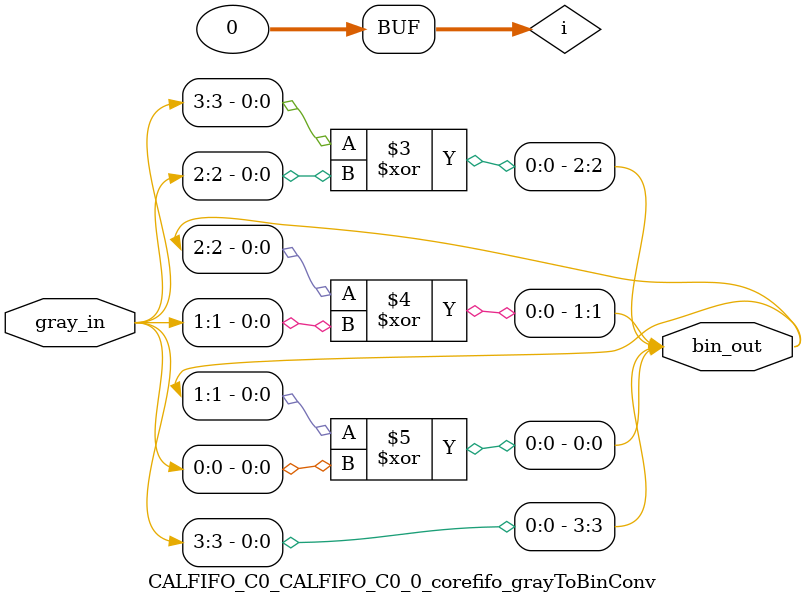
<source format=v>

`timescale 1ns / 100ps

module CALFIFO_C0_CALFIFO_C0_0_corefifo_grayToBinConv(
                                         gray_in,
                                         bin_out
                                        );

   // --------------------------------------------------------------------------
   // Parameter Declaration
   // --------------------------------------------------------------------------
   parameter ADDRWIDTH  = 3;
  // parameter SYNC_RESET = 0;   

   // --------------------------------------------------------------------------
   // I/O Declaration
   // --------------------------------------------------------------------------

   //--------
   // Inputs
   //--------
   input [ADDRWIDTH:0]    gray_in;

   //---------
   // Outputs
   //---------
   output [ADDRWIDTH:0] bin_out;

   // --------------------------------------------------------------------------
   // Internal signals
   // --------------------------------------------------------------------------
   reg [ADDRWIDTH:0]      bin_out;   
   integer                i;
   

   // --------------------------------------------------------------------------
   //                               Start - of - Code
   // --------------------------------------------------------------------------


   // --------------------------------------------------------------------------
   // Logic to Convert the Gray code to Binary
   // --------------------------------------------------------------------------
   always @(*) begin

      bin_out[ADDRWIDTH]  = gray_in[ADDRWIDTH];      

      for(i=ADDRWIDTH;i>0;i = i-1) begin
         bin_out[i-1]     = (bin_out[i] ^ gray_in[i-1]);
      end

   end

endmodule // corefifo_grayToBinConv

// --------------------------------------------------------------------------
//                             End - of - Code
// --------------------------------------------------------------------------

</source>
